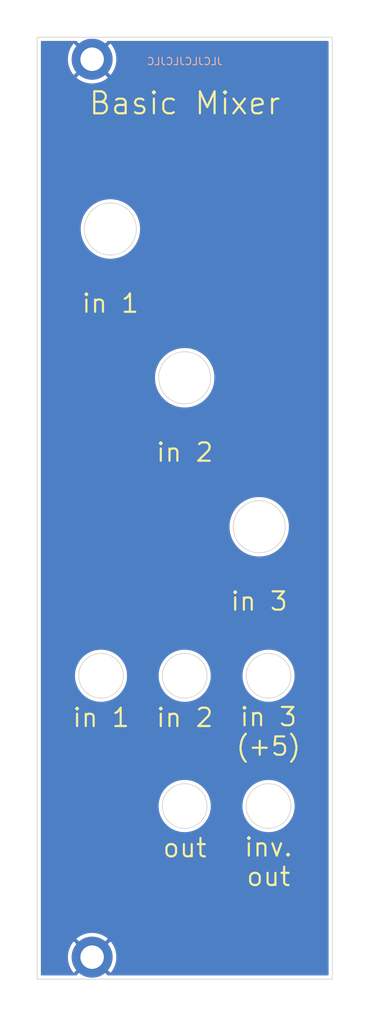
<source format=kicad_pcb>
(kicad_pcb (version 20211014) (generator pcbnew)
  (title_block (title "Basic Mixer Front Panel") (date "2022-01-02") (rev "0") (comment 1 "creativecommons.org/licences/CC/by/4.0") (comment 2 "License: CC by 4.0") (comment 3 "Author: Jordan Aceto"))
  (layers (0 "F.Cu" signal) (31 "B.Cu" signal) (34 "B.Paste" user) (35 "F.Paste" user) (36 "B.SilkS" user "B.Silkscreen") (37 "F.SilkS" user "F.Silkscreen") (38 "B.Mask" user) (39 "F.Mask" user) (44 "Edge.Cuts" user))
  (net 0 "")
  (net 1 "GND")
  (footprint "MountingHole:MountingHole_3.2mm_M3_DIN965_Pad" (layer "F.Cu") (at 120.7 148.88)
    (fp_text reference "H2" hide)
    (fp_text value "M3")
    (pad "1" thru_hole circle locked (at 0 0) (size 5.6 5.6) (drill 3.2) (layers *.Cu *.Mask) (net 1 "GND"))
  )
  (footprint "MountingHole:MountingHole_3.2mm_M3_DIN965_Pad" (layer "F.Cu") (at 120.7 26.38)
    (fp_text reference "H1" hide)
    (fp_text value "M3")
    (pad "1" thru_hole circle locked (at 0 0) (size 5.6 5.6) (drill 3.2) (layers *.Cu *.Mask) (net 1 "GND"))
  )
  (gr_circle (center 133.34 128.265) (end 136.39 128.265) (layer "Edge.Cuts") (width 0.1) (fill none))
  (gr_circle (center 133.34 110.49) (end 136.39 110.49) (layer "Edge.Cuts") (width 0.1) (fill none))
  (gr_line (start 153.5 23.38) (end 113.2 23.38) (layer "Edge.Cuts") (width 0.1))
  (gr_line (start 153.5 151.88) (end 153.5 23.38) (layer "Edge.Cuts") (width 0.1))
  (gr_circle (center 121.915 110.49) (end 124.965 110.49) (layer "Edge.Cuts") (width 0.1) (fill none))
  (gr_circle (center 133.34 69.84) (end 136.89 69.84) (layer "Edge.Cuts") (width 0.1) (fill none))
  (gr_line (start 113.2 23.38) (end 113.2 151.88) (layer "Edge.Cuts") (width 0.1))
  (gr_line (start 113.2 151.88) (end 153.5 151.88) (layer "Edge.Cuts") (width 0.1))
  (gr_circle (center 144.79 110.49) (end 147.84 110.49) (layer "Edge.Cuts") (width 0.1) (fill none))
  (gr_circle (center 144.79 128.265) (end 147.84 128.265) (layer "Edge.Cuts") (width 0.1) (fill none))
  (gr_circle (center 123.19 49.54) (end 126.74 49.54) (layer "Edge.Cuts") (width 0.1) (fill none))
  (gr_circle (center 143.515 90.165) (end 147.065 90.165) (layer "Edge.Cuts") (width 0.1) (fill none))
  (gr_text "JLCJLCJLCJLC" (at 133.35 26.67) (layer "B.SilkS") (effects (font (size 1 1)) (justify mirror)))
  (gr_text "in 2" (at 133.35 116.205) (layer "F.SilkS") (effects (font (size 2.5 2.5) (thickness 0.3))))
  (gr_text "in 3" (at 143.51 100.33) (layer "F.SilkS") (effects (font (size 2.5 2.5) (thickness 0.3))))
  (gr_text "in 1" (at 123.19 59.69) (layer "F.SilkS") (effects (font (size 2.5 2.5) (thickness 0.3))))
  (gr_text "out" (at 133.35 133.985) (layer "F.SilkS") (effects (font (size 2.5 2.5) (thickness 0.3))))
  (gr_text "Basic Mixer" (at 133.35 32.385) (layer "F.SilkS") (effects (font (size 3 3) (thickness 0.3))))
  (gr_text "in 2" (at 133.35 80.01) (layer "F.SilkS") (effects (font (size 2.5 2.5) (thickness 0.3))))
  (gr_text "inv.\nout" (at 144.78 135.89) (layer "F.SilkS") (effects (font (size 2.5 2.5) (thickness 0.3))))
  (gr_text "in 3\n(+5)" (at 144.78 118.11) (layer "F.SilkS") (effects (font (size 2.5 2.5) (thickness 0.3))))
  (gr_text "in 1" (at 121.92 116.205) (layer "F.SilkS") (effects (font (size 2.5 2.5) (thickness 0.3))))
  (zone (net 0) (net_name "") (layer "F.Cu") (connect_pads (clearance 0)) (min_thickness 0.254)
    (keepout (tracks not_allowed) (vias not_allowed) (pads not_allowed) (copperpour not_allowed) (footprints allowed))
    (fill (thermal_gap 0.508) (thermal_bridge_width 0.508))
    (polygon (pts (xy 149.225 132.715) (xy 128.905 132.715) (xy 128.905 123.825) (xy 149.225 123.825)))
  )
  (zone (net 1) (net_name "GND") (layer "F.Cu") (connect_pads (clearance 0.508)) (min_thickness 0.254) (fill yes (thermal_gap 0.508) (thermal_bridge_width 0.508))
    (polygon (pts (xy 156.38 155.46) (xy 110.66 155.46) (xy 110.66 20.84) (xy 156.38 20.84)))
  )
  (zone (net 1) (net_name "GND") (layers F&B.Cu) (connect_pads (clearance 0.508)) (min_thickness 0.254) (fill yes (thermal_gap 0.508) (thermal_bridge_width 0.508))
    (polygon (pts (xy 158.92 158) (xy 108.12 158) (xy 108.12 18.3) (xy 158.92 18.3)))
  )
)
</source>
